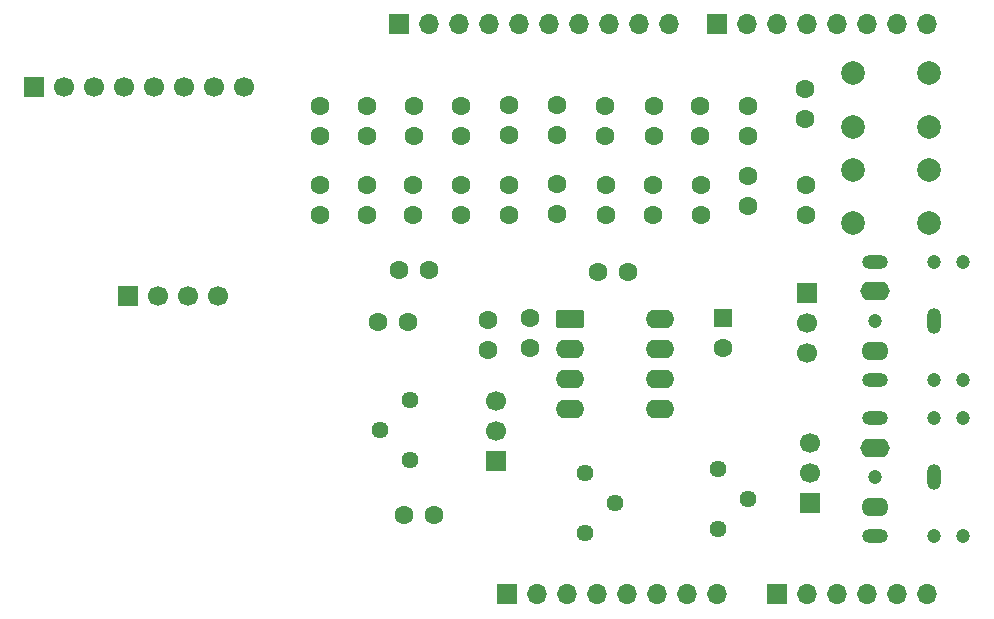
<source format=gbr>
%TF.GenerationSoftware,KiCad,Pcbnew,9.0.2*%
%TF.CreationDate,2026-02-03T17:52:07-07:00*%
%TF.ProjectId,Uno_Shield_DSP_Class_v1,556e6f5f-5368-4696-956c-645f4453505f,rev?*%
%TF.SameCoordinates,Original*%
%TF.FileFunction,Soldermask,Bot*%
%TF.FilePolarity,Negative*%
%FSLAX46Y46*%
G04 Gerber Fmt 4.6, Leading zero omitted, Abs format (unit mm)*
G04 Created by KiCad (PCBNEW 9.0.2) date 2026-02-03 17:52:07*
%MOMM*%
%LPD*%
G01*
G04 APERTURE LIST*
G04 Aperture macros list*
%AMRoundRect*
0 Rectangle with rounded corners*
0 $1 Rounding radius*
0 $2 $3 $4 $5 $6 $7 $8 $9 X,Y pos of 4 corners*
0 Add a 4 corners polygon primitive as box body*
4,1,4,$2,$3,$4,$5,$6,$7,$8,$9,$2,$3,0*
0 Add four circle primitives for the rounded corners*
1,1,$1+$1,$2,$3*
1,1,$1+$1,$4,$5*
1,1,$1+$1,$6,$7*
1,1,$1+$1,$8,$9*
0 Add four rect primitives between the rounded corners*
20,1,$1+$1,$2,$3,$4,$5,0*
20,1,$1+$1,$4,$5,$6,$7,0*
20,1,$1+$1,$6,$7,$8,$9,0*
20,1,$1+$1,$8,$9,$2,$3,0*%
G04 Aperture macros list end*
%ADD10R,1.700000X1.700000*%
%ADD11O,1.700000X1.700000*%
%ADD12C,1.600000*%
%ADD13C,2.000000*%
%ADD14C,1.700000*%
%ADD15C,1.200000*%
%ADD16O,2.200000X1.200000*%
%ADD17O,2.300000X1.600000*%
%ADD18O,1.200000X2.200000*%
%ADD19O,2.500000X1.600000*%
%ADD20RoundRect,0.250000X-0.550000X0.550000X-0.550000X-0.550000X0.550000X-0.550000X0.550000X0.550000X0*%
%ADD21C,1.440000*%
%ADD22RoundRect,0.250000X-0.950000X-0.550000X0.950000X-0.550000X0.950000X0.550000X-0.950000X0.550000X0*%
%ADD23O,2.400000X1.600000*%
G04 APERTURE END LIST*
D10*
%TO.C,J1*%
X127940000Y-97460000D03*
D11*
X130480000Y-97460000D03*
X133020000Y-97460000D03*
X135560000Y-97460000D03*
X138100000Y-97460000D03*
X140640000Y-97460000D03*
X143180000Y-97460000D03*
X145720000Y-97460000D03*
%TD*%
D10*
%TO.C,J3*%
X150800000Y-97460000D03*
D11*
X153340000Y-97460000D03*
X155880000Y-97460000D03*
X158420000Y-97460000D03*
X160960000Y-97460000D03*
X163500000Y-97460000D03*
%TD*%
D10*
%TO.C,J2*%
X118796000Y-49200000D03*
D11*
X121336000Y-49200000D03*
X123876000Y-49200000D03*
X126416000Y-49200000D03*
X128956000Y-49200000D03*
X131496000Y-49200000D03*
X134036000Y-49200000D03*
X136576000Y-49200000D03*
X139116000Y-49200000D03*
X141656000Y-49200000D03*
%TD*%
D10*
%TO.C,J4*%
X145720000Y-49200000D03*
D11*
X148260000Y-49200000D03*
X150800000Y-49200000D03*
X153340000Y-49200000D03*
X155880000Y-49200000D03*
X158420000Y-49200000D03*
X160960000Y-49200000D03*
X163500000Y-49200000D03*
%TD*%
D12*
%TO.C,R9*%
X136350000Y-62810000D03*
X136350000Y-65350000D03*
%TD*%
%TO.C,R13*%
X128150000Y-62820000D03*
X128150000Y-65360000D03*
%TD*%
%TO.C,R14*%
X128130000Y-58620000D03*
X128130000Y-56080000D03*
%TD*%
%TO.C,R18*%
X120050000Y-58670000D03*
X120050000Y-56130000D03*
%TD*%
%TO.C,R4*%
X148320000Y-58690000D03*
X148320000Y-56150000D03*
%TD*%
%TO.C,R15*%
X124070000Y-62810000D03*
X124070000Y-65350000D03*
%TD*%
%TO.C,R19*%
X116080000Y-62840000D03*
X116080000Y-65380000D03*
%TD*%
%TO.C,C2*%
X129890000Y-76600000D03*
X129890000Y-74100000D03*
%TD*%
%TO.C,R7*%
X140350000Y-62820000D03*
X140350000Y-65360000D03*
%TD*%
%TO.C,R21*%
X112090000Y-62840000D03*
X112090000Y-65380000D03*
%TD*%
D13*
%TO.C,SW2*%
X163710000Y-66050000D03*
X157210000Y-66050000D03*
X163710000Y-61550000D03*
X157210000Y-61550000D03*
%TD*%
D12*
%TO.C,R20*%
X116090000Y-58670000D03*
X116090000Y-56130000D03*
%TD*%
%TO.C,R6*%
X144310000Y-58680000D03*
X144310000Y-56140000D03*
%TD*%
D10*
%TO.C,J7*%
X153310000Y-71920000D03*
D14*
X153310000Y-74460000D03*
X153310000Y-77000000D03*
%TD*%
D12*
%TO.C,R10*%
X136270000Y-58650000D03*
X136270000Y-56110000D03*
%TD*%
D10*
%TO.C,J5*%
X87877000Y-54475000D03*
D14*
X90417000Y-54475000D03*
X92957000Y-54475000D03*
X95497000Y-54475000D03*
X98037000Y-54475000D03*
X100577000Y-54475000D03*
X103117000Y-54475000D03*
X105657000Y-54475000D03*
%TD*%
D12*
%TO.C,R26*%
X119260000Y-90790000D03*
X121800000Y-90790000D03*
%TD*%
D15*
%TO.C,J11*%
X164090000Y-79330000D03*
X166590000Y-79330000D03*
X159090000Y-74330000D03*
X164090000Y-69330000D03*
X166590000Y-69330000D03*
D16*
X159090000Y-79330000D03*
D17*
X159090000Y-76830000D03*
D18*
X164090000Y-74330000D03*
D16*
X159090000Y-69330000D03*
D19*
X159090000Y-71830000D03*
%TD*%
D12*
%TO.C,R5*%
X144370000Y-62850000D03*
X144370000Y-65390000D03*
%TD*%
D20*
%TO.C,C1*%
X146210000Y-74107620D03*
D12*
X146210000Y-76607620D03*
%TD*%
%TO.C,R24*%
X126360000Y-74240000D03*
X126360000Y-76780000D03*
%TD*%
%TO.C,R12*%
X132180000Y-58620000D03*
X132180000Y-56080000D03*
%TD*%
D13*
%TO.C,SW1*%
X163710000Y-57870000D03*
X157210000Y-57870000D03*
X163710000Y-53370000D03*
X157210000Y-53370000D03*
%TD*%
D12*
%TO.C,R11*%
X132180000Y-62770000D03*
X132180000Y-65310000D03*
%TD*%
%TO.C,R22*%
X112130000Y-58650000D03*
X112130000Y-56110000D03*
%TD*%
D10*
%TO.C,J12*%
X153620000Y-89780000D03*
D14*
X153620000Y-87240000D03*
X153620000Y-84700000D03*
%TD*%
D12*
%TO.C,R1*%
X153220000Y-54670000D03*
X153220000Y-57210000D03*
%TD*%
%TO.C,R27*%
X138180000Y-70180000D03*
X135640000Y-70180000D03*
%TD*%
%TO.C,R17*%
X120030000Y-62800000D03*
X120030000Y-65340000D03*
%TD*%
%TO.C,R25*%
X117047000Y-74400000D03*
X119587000Y-74400000D03*
%TD*%
%TO.C,R16*%
X124070000Y-58650000D03*
X124070000Y-56110000D03*
%TD*%
D21*
%TO.C,RV1*%
X134522000Y-92290000D03*
X137062000Y-89750000D03*
X134522000Y-87210000D03*
%TD*%
D12*
%TO.C,R2*%
X153260000Y-62810000D03*
X153260000Y-65350000D03*
%TD*%
D22*
%TO.C,U1*%
X133300000Y-74170000D03*
D23*
X133300000Y-76710000D03*
X133300000Y-79250000D03*
X133300000Y-81790000D03*
X140920000Y-81790000D03*
X140920000Y-79250000D03*
X140920000Y-76710000D03*
X140920000Y-74170000D03*
%TD*%
D10*
%TO.C,J9*%
X127040000Y-86170000D03*
D14*
X127040000Y-83630000D03*
X127040000Y-81090000D03*
%TD*%
D12*
%TO.C,R3*%
X148340000Y-64610000D03*
X148340000Y-62070000D03*
%TD*%
D15*
%TO.C,J10*%
X164090000Y-92540000D03*
X166590000Y-92540000D03*
X159090000Y-87540000D03*
X164090000Y-82540000D03*
X166590000Y-82540000D03*
D16*
X159090000Y-92540000D03*
D17*
X159090000Y-90040000D03*
D18*
X164090000Y-87540000D03*
D16*
X159090000Y-82540000D03*
D19*
X159090000Y-85040000D03*
%TD*%
D21*
%TO.C,RV3*%
X119705000Y-81000000D03*
X117165000Y-83540000D03*
X119705000Y-86080000D03*
%TD*%
%TO.C,RV2*%
X145810000Y-91950000D03*
X148350000Y-89410000D03*
X145810000Y-86870000D03*
%TD*%
D12*
%TO.C,R8*%
X140370000Y-58690000D03*
X140370000Y-56150000D03*
%TD*%
D10*
%TO.C,J6*%
X95900000Y-72240000D03*
D14*
X98440000Y-72240000D03*
X100980000Y-72240000D03*
X103520000Y-72240000D03*
%TD*%
D12*
%TO.C,R23*%
X121370000Y-70040000D03*
X118830000Y-70040000D03*
%TD*%
M02*

</source>
